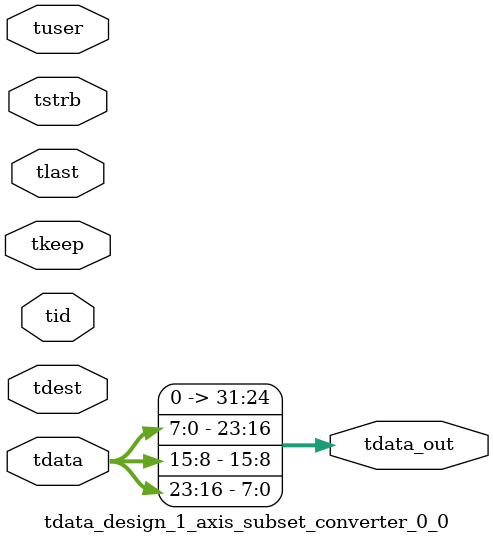
<source format=v>


`timescale 1ps/1ps

module tdata_design_1_axis_subset_converter_0_0 #
(
parameter C_S_AXIS_TDATA_WIDTH = 32,
parameter C_S_AXIS_TUSER_WIDTH = 0,
parameter C_S_AXIS_TID_WIDTH   = 0,
parameter C_S_AXIS_TDEST_WIDTH = 0,
parameter C_M_AXIS_TDATA_WIDTH = 32
)
(
input  [(C_S_AXIS_TDATA_WIDTH == 0 ? 1 : C_S_AXIS_TDATA_WIDTH)-1:0     ] tdata,
input  [(C_S_AXIS_TUSER_WIDTH == 0 ? 1 : C_S_AXIS_TUSER_WIDTH)-1:0     ] tuser,
input  [(C_S_AXIS_TID_WIDTH   == 0 ? 1 : C_S_AXIS_TID_WIDTH)-1:0       ] tid,
input  [(C_S_AXIS_TDEST_WIDTH == 0 ? 1 : C_S_AXIS_TDEST_WIDTH)-1:0     ] tdest,
input  [(C_S_AXIS_TDATA_WIDTH/8)-1:0 ] tkeep,
input  [(C_S_AXIS_TDATA_WIDTH/8)-1:0 ] tstrb,
input                                                                    tlast,
output [C_M_AXIS_TDATA_WIDTH-1:0] tdata_out
);

assign tdata_out = {tdata[7:0],tdata[15:8],tdata[23:16]};

endmodule


</source>
